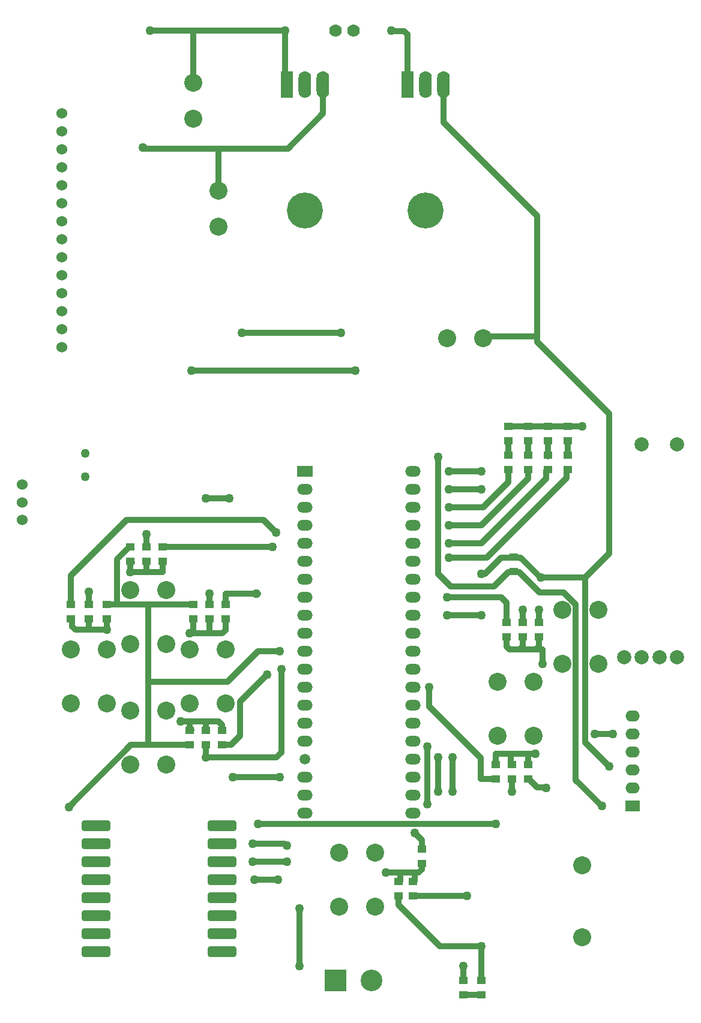
<source format=gtl>
G04*
G04 #@! TF.GenerationSoftware,Altium Limited,Altium Designer,24.5.2 (23)*
G04*
G04 Layer_Physical_Order=1*
G04 Layer_Color=37055*
%FSLAX25Y25*%
%MOIN*%
G70*
G04*
G04 #@! TF.SameCoordinates,EA20CDAA-E86A-485A-94B0-CAF5119035BD*
G04*
G04*
G04 #@! TF.FilePolarity,Positive*
G04*
G01*
G75*
%ADD10R,0.05000X0.04000*%
%ADD11C,0.03200*%
%ADD12C,0.06000*%
%ADD13O,0.08661X0.05906*%
%ADD14C,0.05906*%
%ADD15R,0.08661X0.05906*%
%ADD16C,0.07874*%
%ADD17C,0.10000*%
%ADD18C,0.07000*%
%ADD19C,0.20000*%
%ADD20O,0.07000X0.15000*%
%ADD21R,0.07000X0.15000*%
%ADD22R,0.08000X0.06000*%
%ADD23O,0.08000X0.06000*%
G04:AMPARAMS|DCode=24|XSize=160mil|YSize=60mil|CornerRadius=15mil|HoleSize=0mil|Usage=FLASHONLY|Rotation=0.000|XOffset=0mil|YOffset=0mil|HoleType=Round|Shape=RoundedRectangle|*
%AMROUNDEDRECTD24*
21,1,0.16000,0.03000,0,0,0.0*
21,1,0.13000,0.06000,0,0,0.0*
1,1,0.03000,0.06500,-0.01500*
1,1,0.03000,-0.06500,-0.01500*
1,1,0.03000,-0.06500,0.01500*
1,1,0.03000,0.06500,0.01500*
%
%ADD24ROUNDEDRECTD24*%
%ADD25C,0.12000*%
%ADD26R,0.12000X0.12000*%
%ADD27C,0.05000*%
G54D10*
X173000Y258000D02*
D03*
Y266000D02*
D03*
Y250000D02*
D03*
Y242000D02*
D03*
X133000Y70000D02*
D03*
Y78000D02*
D03*
X151000D02*
D03*
Y70000D02*
D03*
X92000Y31000D02*
D03*
Y23000D02*
D03*
X87000Y5000D02*
D03*
Y13000D02*
D03*
X79000Y5000D02*
D03*
Y13000D02*
D03*
X-52000Y191000D02*
D03*
Y199000D02*
D03*
X-61000D02*
D03*
Y191000D02*
D03*
X-70000Y199000D02*
D03*
Y191000D02*
D03*
X-19000Y89000D02*
D03*
Y97000D02*
D03*
X-35000Y167000D02*
D03*
Y159000D02*
D03*
X-37000Y89000D02*
D03*
Y97000D02*
D03*
X143226Y185574D02*
D03*
Y193575D02*
D03*
X151000Y258000D02*
D03*
Y266000D02*
D03*
X162000Y257995D02*
D03*
Y265995D02*
D03*
Y250000D02*
D03*
Y242000D02*
D03*
X140000Y258000D02*
D03*
Y266000D02*
D03*
X151000Y250000D02*
D03*
Y242000D02*
D03*
X140000Y250000D02*
D03*
Y242000D02*
D03*
X139000Y157000D02*
D03*
Y149000D02*
D03*
X115000Y-42000D02*
D03*
Y-50000D02*
D03*
X-103000Y159000D02*
D03*
Y167000D02*
D03*
X148000Y149000D02*
D03*
Y157000D02*
D03*
X-28000Y97000D02*
D03*
Y89000D02*
D03*
X-93000Y159000D02*
D03*
Y167000D02*
D03*
X142000Y78000D02*
D03*
Y70000D02*
D03*
X-26000Y159000D02*
D03*
Y167000D02*
D03*
X157000Y149000D02*
D03*
Y157000D02*
D03*
X-17000Y159000D02*
D03*
Y167000D02*
D03*
X-83000Y159000D02*
D03*
Y167000D02*
D03*
X125000Y-50000D02*
D03*
Y-42000D02*
D03*
G54D11*
X-13000Y71000D02*
X13000D01*
X151000Y266000D02*
X172000D01*
X14000Y84874D02*
Y131000D01*
X11125Y82000D02*
X14000Y84874D01*
X-28000Y82000D02*
X11125D01*
X196000Y195400D02*
Y273000D01*
X182600Y182000D02*
X196000Y195400D01*
X136000Y193000D02*
X143226D01*
X79000Y0D02*
X102000Y-23000D01*
X125000D01*
Y-42000D02*
Y-23000D01*
X23969Y-33969D02*
X24000Y-34000D01*
X23969Y-33969D02*
Y-1969D01*
X23937Y-1937D02*
X23969Y-1969D01*
X140000Y185000D02*
X146000D01*
X132000Y177000D02*
X140000Y185000D01*
X146826Y193175D02*
X158000Y182000D01*
X143625Y193175D02*
X146826D01*
X158000Y182000D02*
X182600D01*
Y90370D02*
Y182000D01*
X143226Y193575D02*
X143625Y193175D01*
X146000Y185000D02*
X157283Y173717D01*
X143226Y193575D02*
X143726D01*
X157283Y173717D02*
X170748D01*
X125000Y184000D02*
X127000D01*
X-102237Y154875D02*
Y158600D01*
X-102637Y159000D02*
X-102237Y158600D01*
X-103000Y159000D02*
X-102637D01*
X-102237Y154875D02*
X-100363Y153000D01*
X-93000D01*
X-83487Y153344D02*
X-83000Y153832D01*
X-93000Y153000D02*
X-83000D01*
X-93000D02*
Y159000D01*
X140000Y266000D02*
X151000D01*
X177400Y69600D02*
Y167065D01*
Y69600D02*
X192000Y55000D01*
X182630Y90370D02*
X196000Y77000D01*
X182600Y90370D02*
X182630D01*
X207970Y65000D02*
X209000D01*
X-9000Y113000D02*
X6000Y128000D01*
X-9000Y94000D02*
Y113000D01*
X173000Y266000D02*
X181000D01*
X173000Y250000D02*
Y258000D01*
X155945Y313055D02*
X196000Y273000D01*
X161100Y237100D02*
Y241600D01*
X107000Y201000D02*
X125000D01*
X161100Y237100D01*
X107000Y193000D02*
X128000D01*
X172956Y242000D02*
X173000D01*
X172556Y241600D02*
X172956Y242000D01*
X128000Y193000D02*
X172556Y237556D01*
Y241600D01*
X127000Y184000D02*
X136000Y193000D01*
X101000Y184000D02*
X108000Y177000D01*
X101000Y184000D02*
Y249000D01*
X108000Y177000D02*
X132000D01*
X161500Y242000D02*
X162000D01*
X161100Y241600D02*
X161500Y242000D01*
X162000Y249600D02*
Y257995D01*
X151100Y240600D02*
X151500Y241000D01*
X151100Y237100D02*
Y240600D01*
X140000Y241000D02*
X140098Y240902D01*
Y235098D02*
Y240902D01*
X151100Y250000D02*
Y251174D01*
X151000Y251274D02*
Y258000D01*
Y251274D02*
X151100Y251174D01*
X87000Y5000D02*
X117000D01*
X-14000Y89000D02*
X-9000Y94000D01*
X-19000Y89000D02*
X-14000D01*
X157000Y157000D02*
Y164000D01*
X107000Y211000D02*
X125000D01*
X151100Y237100D01*
X107000Y231000D02*
X125000D01*
X151000Y70000D02*
X151500D01*
X156156Y65344D01*
X160656D01*
X161000Y65000D01*
X188000Y95000D02*
X198000D01*
X170748Y173717D02*
X177400Y167065D01*
X126000Y221000D02*
X140098Y235098D01*
X107000Y221000D02*
X126000D01*
X159000Y134000D02*
Y142000D01*
X155125D02*
X159000D01*
X107000Y241000D02*
X125000D01*
X106000Y171000D02*
X136000D01*
X139000Y168000D01*
Y157000D02*
Y168000D01*
X148000Y157000D02*
Y164000D01*
X140875Y142000D02*
X146125D01*
X155125D01*
X157000Y143875D02*
Y149000D01*
X155125Y142000D02*
X157000Y143875D01*
X148000D02*
Y149000D01*
X146125Y142000D02*
X148000Y143875D01*
X139000D02*
Y149000D01*
Y143875D02*
X140875Y142000D01*
X-16000Y124000D02*
X1000Y141000D01*
X-60000Y124000D02*
X-16000D01*
X1000Y141000D02*
X13000D01*
X133000Y84000D02*
X151000D01*
X151575D02*
X155000D01*
X151000Y83425D02*
X151575Y84000D01*
X142000Y63000D02*
Y70000D01*
X151000Y78400D02*
Y83425D01*
X141556Y78400D02*
Y82444D01*
X133000Y78000D02*
Y84000D01*
X125000Y70000D02*
X133000D01*
X124750D02*
Y81750D01*
X152699Y92699D02*
X154000Y94000D01*
X96000Y110500D02*
X124750Y81750D01*
X96000Y110500D02*
Y121000D01*
X1000Y45000D02*
X133000D01*
X106000Y161000D02*
X125000D01*
X79000Y0D02*
Y5000D01*
X109000Y64000D02*
Y82000D01*
X101000Y64000D02*
Y82000D01*
X95000Y56000D02*
Y88000D01*
X92000Y31000D02*
Y36000D01*
X88000Y40000D02*
X92000Y36000D01*
X-2000Y24000D02*
X17000D01*
X15613Y34000D02*
X16513Y33100D01*
X17000D01*
X-2000Y34000D02*
X15613D01*
X87900Y18000D02*
X90126D01*
X79900D02*
X87900D01*
X66000Y27160D02*
Y29000D01*
X72000Y18000D02*
X79900D01*
X79500Y13000D02*
X79900Y13400D01*
Y17026D02*
X80875Y18000D01*
X79000Y13000D02*
X79500D01*
X79900Y13400D02*
Y17026D01*
X87000Y13000D02*
X87500D01*
X87900Y13400D01*
Y17500D01*
X88400Y18000D01*
X92000Y19874D02*
Y23000D01*
X90126Y18000D02*
X92000Y19874D01*
X115000Y-50000D02*
X125000D01*
X-1000Y14000D02*
X12000D01*
X-17000Y167000D02*
Y173000D01*
X1000D01*
X26482Y81518D02*
X27000Y81000D01*
X-104000Y54465D02*
X-69465Y89000D01*
X-60000D01*
X-77000Y167000D02*
X-60000D01*
X-83000D02*
X-77000D01*
X-77400Y192100D02*
X-70500Y199000D01*
X-77400Y167400D02*
Y192100D01*
Y167400D02*
X-77000Y167000D01*
X-70500Y199000D02*
X-70000D01*
X-60000Y167000D02*
X-35000D01*
X-60000Y124000D02*
Y167000D01*
Y89000D02*
Y124000D01*
Y89000D02*
X-37000D01*
X-52000Y185000D02*
Y191000D01*
X-61000Y185000D02*
X-52000D01*
X-70000D02*
X-61000D01*
Y191000D01*
X-70000Y185000D02*
Y191000D01*
X-61000Y199000D02*
Y206000D01*
X-70000Y191000D02*
X-69500D01*
X-69100Y190600D01*
X-52000Y199000D02*
X7000D01*
X-103000Y183000D02*
X-72000Y214000D01*
X-103000Y167000D02*
Y183000D01*
X-72000Y214000D02*
X4000D01*
X11000Y207000D01*
X-28000Y226000D02*
X-15000D01*
X-83000Y153832D02*
Y159000D01*
X-93000Y167000D02*
Y174000D01*
X75000Y486000D02*
X75125Y485875D01*
X82126D01*
X84000Y484000D01*
Y456000D02*
Y484000D01*
X-35000Y486000D02*
X16000D01*
X-59000D02*
X-35000D01*
X-50000Y108000D02*
X-48487D01*
X-42487Y102000D02*
X-42000D01*
X-37000D01*
Y97000D02*
Y102000D01*
X-28000D01*
Y97000D02*
Y102000D01*
Y97000D02*
X-27519D01*
X-27119Y97400D01*
X-28000Y82000D02*
Y89000D01*
Y102000D02*
X-20875D01*
X-36500Y97000D02*
X-36100Y97400D01*
X-37000Y97000D02*
X-36500D01*
X-19000D02*
Y100126D01*
X-20875Y102000D02*
X-19000Y100126D01*
X-26000Y151000D02*
X-18875D01*
X-17000Y152875D02*
Y159000D01*
X-18875Y151000D02*
X-17000Y152875D01*
X-35000Y153000D02*
Y159000D01*
X-37000Y151000D02*
X-26000D01*
Y159000D01*
Y167000D02*
Y173000D01*
X-36000Y297000D02*
X55000D01*
X-8000Y318000D02*
X47000D01*
X-63000Y420600D02*
X-21000D01*
X214000Y137866D02*
X214079Y137945D01*
X104000Y435000D02*
X155945Y383055D01*
Y316000D02*
Y383055D01*
X104000Y435000D02*
Y456000D01*
X-21000Y420600D02*
X17600D01*
X37000Y440000D02*
Y456000D01*
X17600Y420600D02*
X37000Y440000D01*
X141644Y69644D02*
X142000Y70000D01*
X204236Y137945D02*
X204905Y137276D01*
X140000Y250000D02*
Y258000D01*
X155945Y313055D02*
Y316000D01*
X16000Y457000D02*
Y486000D01*
X126000Y315000D02*
X127000Y316000D01*
X155945D01*
X-21000Y397000D02*
Y420600D01*
X16000Y457000D02*
X17000Y456000D01*
X-35000Y457000D02*
Y486000D01*
X115000Y-42000D02*
Y-34000D01*
X87000Y171000D02*
X87732D01*
X157000Y157000D02*
X157500D01*
X-94000Y24000D02*
X-89000D01*
X26268Y121000D02*
X27000D01*
X-94000Y14000D02*
X-89000D01*
X-94000Y4000D02*
X-89000D01*
X87000Y121000D02*
X87518Y121518D01*
G54D12*
X-108000Y430000D02*
D03*
Y310000D02*
D03*
Y320000D02*
D03*
Y330000D02*
D03*
Y340000D02*
D03*
Y350000D02*
D03*
Y360000D02*
D03*
Y370000D02*
D03*
Y380000D02*
D03*
Y390000D02*
D03*
Y400000D02*
D03*
Y410000D02*
D03*
Y420000D02*
D03*
Y440000D02*
D03*
X-130000Y214000D02*
D03*
Y233685D02*
D03*
Y223843D02*
D03*
G54D13*
X87000Y51000D02*
D03*
Y61000D02*
D03*
Y71000D02*
D03*
Y81000D02*
D03*
Y91000D02*
D03*
Y101000D02*
D03*
Y111000D02*
D03*
Y121000D02*
D03*
Y131000D02*
D03*
Y141000D02*
D03*
Y151000D02*
D03*
Y161000D02*
D03*
Y171000D02*
D03*
Y181000D02*
D03*
Y191000D02*
D03*
Y201000D02*
D03*
Y211000D02*
D03*
Y221000D02*
D03*
Y231000D02*
D03*
Y241000D02*
D03*
X27000Y51000D02*
D03*
Y61000D02*
D03*
Y71000D02*
D03*
Y91000D02*
D03*
Y101000D02*
D03*
Y111000D02*
D03*
Y121000D02*
D03*
Y131000D02*
D03*
Y141000D02*
D03*
Y151000D02*
D03*
Y161000D02*
D03*
Y171000D02*
D03*
Y181000D02*
D03*
Y191000D02*
D03*
Y201000D02*
D03*
Y211000D02*
D03*
Y221000D02*
D03*
Y231000D02*
D03*
G54D14*
Y81000D02*
D03*
G54D15*
Y241000D02*
D03*
G54D16*
X204236Y137945D02*
D03*
X214079Y256055D02*
D03*
Y137945D02*
D03*
X233764D02*
D03*
X223921D02*
D03*
X233764Y256055D02*
D03*
G54D17*
X181000Y-18000D02*
D03*
Y22000D02*
D03*
X154000Y94000D02*
D03*
Y124000D02*
D03*
X134000D02*
D03*
Y94000D02*
D03*
X66000Y-1000D02*
D03*
Y29000D02*
D03*
X46000D02*
D03*
Y-1000D02*
D03*
X-50000Y78000D02*
D03*
Y108000D02*
D03*
X-70000D02*
D03*
Y78000D02*
D03*
X-103000Y112000D02*
D03*
Y142000D02*
D03*
X-83000D02*
D03*
Y112000D02*
D03*
X-70000Y145000D02*
D03*
Y175000D02*
D03*
X-50000D02*
D03*
Y145000D02*
D03*
X-17000Y142000D02*
D03*
Y112000D02*
D03*
X-37000D02*
D03*
Y142000D02*
D03*
X170000Y134000D02*
D03*
Y164000D02*
D03*
X190000D02*
D03*
Y134000D02*
D03*
X-21000Y377000D02*
D03*
Y397000D02*
D03*
X106000Y315000D02*
D03*
X126000D02*
D03*
X-35000Y457000D02*
D03*
Y437000D02*
D03*
G54D18*
X54000Y486000D02*
D03*
X44000D02*
D03*
G54D19*
X94039Y386020D02*
D03*
X27039D02*
D03*
G54D20*
X104000Y456000D02*
D03*
X94000D02*
D03*
X37000D02*
D03*
X27000D02*
D03*
G54D21*
X84000D02*
D03*
X17000D02*
D03*
G54D22*
X209000Y55000D02*
D03*
G54D23*
Y65000D02*
D03*
Y75000D02*
D03*
Y85000D02*
D03*
Y95000D02*
D03*
Y105000D02*
D03*
G54D24*
X-89000Y44000D02*
D03*
Y34000D02*
D03*
Y24000D02*
D03*
Y14000D02*
D03*
Y4000D02*
D03*
Y-6000D02*
D03*
Y-16000D02*
D03*
Y-26000D02*
D03*
X-19000D02*
D03*
Y-16000D02*
D03*
Y-6000D02*
D03*
Y4000D02*
D03*
Y14000D02*
D03*
Y24000D02*
D03*
Y34000D02*
D03*
Y44000D02*
D03*
G54D25*
X64000Y-42000D02*
D03*
G54D26*
X44000D02*
D03*
G54D27*
X13000Y71000D02*
D03*
X14000Y131000D02*
D03*
X125000Y-23000D02*
D03*
X24000Y-34000D02*
D03*
X158000Y182000D02*
D03*
X125000Y184000D02*
D03*
X23937Y-1937D02*
D03*
X192000Y55000D02*
D03*
X6000Y128000D02*
D03*
X181000Y266000D02*
D03*
X107000Y193000D02*
D03*
X117000Y5000D02*
D03*
X157000Y164000D02*
D03*
X125000Y231000D02*
D03*
X161000Y65000D02*
D03*
X196000Y77000D02*
D03*
X188000Y95000D02*
D03*
X198000D02*
D03*
X107000Y201000D02*
D03*
X101000Y249000D02*
D03*
X159000Y134000D02*
D03*
X125000Y241000D02*
D03*
X107000Y231000D02*
D03*
Y241000D02*
D03*
Y211000D02*
D03*
Y221000D02*
D03*
X106000Y171000D02*
D03*
X155000Y84000D02*
D03*
X142000Y63000D02*
D03*
X133000Y45000D02*
D03*
X125000Y161000D02*
D03*
X106000D02*
D03*
X96000Y121000D02*
D03*
X109000Y63000D02*
D03*
Y82000D02*
D03*
X101000D02*
D03*
Y63000D02*
D03*
X88000Y40000D02*
D03*
X95000Y56000D02*
D03*
Y88000D02*
D03*
X17000Y24000D02*
D03*
X-2000D02*
D03*
X17000Y33100D02*
D03*
X72000Y18000D02*
D03*
X1000Y45000D02*
D03*
X-2000Y34000D02*
D03*
X-1000Y14000D02*
D03*
X12000D02*
D03*
X-13000Y71000D02*
D03*
X0Y173000D02*
D03*
X13000Y141000D02*
D03*
X-104000Y54465D02*
D03*
X-83000Y153000D02*
D03*
X-70000Y185000D02*
D03*
X-61000Y206000D02*
D03*
X9000Y199000D02*
D03*
X-15000Y226000D02*
D03*
X11000Y207000D02*
D03*
X-93000Y174000D02*
D03*
X75000Y486000D02*
D03*
X-59000D02*
D03*
X-42000Y102000D02*
D03*
X-28000Y82000D02*
D03*
X-37000Y151000D02*
D03*
X-26000Y173000D02*
D03*
X55000Y297000D02*
D03*
X-28000Y226000D02*
D03*
X-36000Y297000D02*
D03*
X47000Y318000D02*
D03*
X-8000D02*
D03*
X16000Y486000D02*
D03*
X-95000Y238000D02*
D03*
Y251000D02*
D03*
X-63000Y421000D02*
D03*
X148000Y164000D02*
D03*
X115000Y-34000D02*
D03*
M02*

</source>
